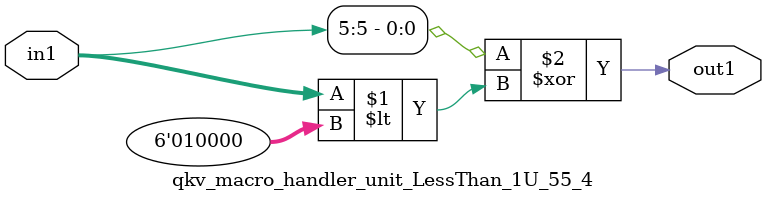
<source format=v>

`timescale 1ps / 1ps


module qkv_macro_handler_unit_LessThan_1U_55_4( in1, out1 );

    input [5:0] in1;
    output out1;

    
    // rtl_process:qkv_macro_handler_unit_LessThan_1U_55_4/qkv_macro_handler_unit_LessThan_1U_55_4_thread_1
    assign out1 = (in1[5] ^ in1 < 6'd16);

endmodule


</source>
